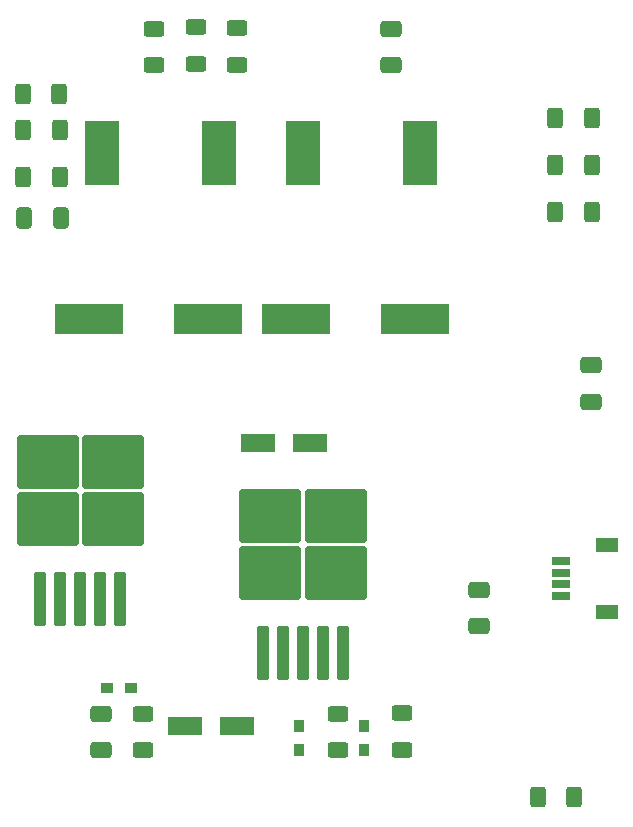
<source format=gbr>
%TF.GenerationSoftware,KiCad,Pcbnew,8.0.8*%
%TF.CreationDate,2025-02-20T18:56:18-05:00*%
%TF.ProjectId,pcb_v3,7063625f-7633-42e6-9b69-6361645f7063,rev?*%
%TF.SameCoordinates,Original*%
%TF.FileFunction,Paste,Top*%
%TF.FilePolarity,Positive*%
%FSLAX46Y46*%
G04 Gerber Fmt 4.6, Leading zero omitted, Abs format (unit mm)*
G04 Created by KiCad (PCBNEW 8.0.8) date 2025-02-20 18:56:18*
%MOMM*%
%LPD*%
G01*
G04 APERTURE LIST*
G04 Aperture macros list*
%AMRoundRect*
0 Rectangle with rounded corners*
0 $1 Rounding radius*
0 $2 $3 $4 $5 $6 $7 $8 $9 X,Y pos of 4 corners*
0 Add a 4 corners polygon primitive as box body*
4,1,4,$2,$3,$4,$5,$6,$7,$8,$9,$2,$3,0*
0 Add four circle primitives for the rounded corners*
1,1,$1+$1,$2,$3*
1,1,$1+$1,$4,$5*
1,1,$1+$1,$6,$7*
1,1,$1+$1,$8,$9*
0 Add four rect primitives between the rounded corners*
20,1,$1+$1,$2,$3,$4,$5,0*
20,1,$1+$1,$4,$5,$6,$7,0*
20,1,$1+$1,$6,$7,$8,$9,0*
20,1,$1+$1,$8,$9,$2,$3,0*%
G04 Aperture macros list end*
%ADD10RoundRect,0.250000X-0.400000X-0.625000X0.400000X-0.625000X0.400000X0.625000X-0.400000X0.625000X0*%
%ADD11R,5.800000X2.500000*%
%ADD12RoundRect,0.250000X0.300000X-2.050000X0.300000X2.050000X-0.300000X2.050000X-0.300000X-2.050000X0*%
%ADD13RoundRect,0.250000X2.375000X-2.025000X2.375000X2.025000X-2.375000X2.025000X-2.375000X-2.025000X0*%
%ADD14R,2.900000X5.400000*%
%ADD15RoundRect,0.250000X-0.412500X-0.650000X0.412500X-0.650000X0.412500X0.650000X-0.412500X0.650000X0*%
%ADD16R,0.850000X1.100000*%
%ADD17RoundRect,0.250000X-0.650000X0.412500X-0.650000X-0.412500X0.650000X-0.412500X0.650000X0.412500X0*%
%ADD18R,3.000000X1.600000*%
%ADD19RoundRect,0.250000X0.400000X0.625000X-0.400000X0.625000X-0.400000X-0.625000X0.400000X-0.625000X0*%
%ADD20RoundRect,0.250000X0.625000X-0.400000X0.625000X0.400000X-0.625000X0.400000X-0.625000X-0.400000X0*%
%ADD21RoundRect,0.250000X0.650000X-0.412500X0.650000X0.412500X-0.650000X0.412500X-0.650000X-0.412500X0*%
%ADD22RoundRect,0.250000X-0.625000X0.400000X-0.625000X-0.400000X0.625000X-0.400000X0.625000X0.400000X0*%
%ADD23R,1.549400X0.660400*%
%ADD24R,1.905000X1.295400*%
%ADD25R,1.100000X0.850000*%
G04 APERTURE END LIST*
D10*
%TO.C,R7*%
X146450000Y-65500000D03*
X149550000Y-65500000D03*
%TD*%
D11*
%TO.C,CP4*%
X124450000Y-78500000D03*
X134550000Y-78500000D03*
%TD*%
D12*
%TO.C,U2*%
X102825000Y-102225000D03*
X104525000Y-102225000D03*
X106225000Y-102225000D03*
D13*
X103450000Y-95500000D03*
X109000000Y-95500000D03*
X103450000Y-90650000D03*
X109000000Y-90650000D03*
D12*
X107925000Y-102225000D03*
X109625000Y-102225000D03*
%TD*%
D10*
%TO.C,R10*%
X146450000Y-69500000D03*
X149550000Y-69500000D03*
%TD*%
D11*
%TO.C,CP3*%
X106950000Y-78500000D03*
X117050000Y-78500000D03*
%TD*%
D14*
%TO.C,L2*%
X125050000Y-64500000D03*
X134950000Y-64500000D03*
%TD*%
D15*
%TO.C,C4*%
X101437500Y-70000000D03*
X104562500Y-70000000D03*
%TD*%
D16*
%TO.C,D4*%
X124760000Y-115005000D03*
X124760000Y-112995000D03*
%TD*%
D17*
%TO.C,C6*%
X149500000Y-82437500D03*
X149500000Y-85562500D03*
%TD*%
D18*
%TO.C,CP2*%
X121300000Y-89000000D03*
X125700000Y-89000000D03*
%TD*%
D19*
%TO.C,R11*%
X148050000Y-119000000D03*
X144950000Y-119000000D03*
%TD*%
D20*
%TO.C,R8*%
X119500000Y-57000000D03*
X119500000Y-53900000D03*
%TD*%
D21*
%TO.C,C1*%
X108000000Y-115062500D03*
X108000000Y-111937500D03*
%TD*%
D22*
%TO.C,R1*%
X111500000Y-111950000D03*
X111500000Y-115050000D03*
%TD*%
D12*
%TO.C,U3*%
X121700000Y-106775000D03*
X123400000Y-106775000D03*
X125100000Y-106775000D03*
D13*
X122325000Y-100050000D03*
X127875000Y-100050000D03*
X122325000Y-95200000D03*
X127875000Y-95200000D03*
D12*
X126800000Y-106775000D03*
X128500000Y-106775000D03*
%TD*%
D20*
%TO.C,R5*%
X116000000Y-56920000D03*
X116000000Y-53820000D03*
%TD*%
%TO.C,R2*%
X112500000Y-57050000D03*
X112500000Y-53950000D03*
%TD*%
%TO.C,R12*%
X128000000Y-115050000D03*
X128000000Y-111950000D03*
%TD*%
D21*
%TO.C,C2*%
X140000000Y-104562500D03*
X140000000Y-101437500D03*
%TD*%
%TO.C,C5*%
X132500000Y-57062500D03*
X132500000Y-53937500D03*
%TD*%
D16*
%TO.C,D5*%
X130260000Y-115005000D03*
X130260000Y-112995000D03*
%TD*%
D23*
%TO.C,J2*%
X146901500Y-102000000D03*
X146901500Y-100999999D03*
X146901500Y-100000001D03*
X146901500Y-99000000D03*
D24*
X150776501Y-97700001D03*
X150776501Y-103299999D03*
%TD*%
D20*
%TO.C,R13*%
X133500000Y-115000000D03*
X133500000Y-111900000D03*
%TD*%
D10*
%TO.C,R6*%
X101400000Y-62500000D03*
X104500000Y-62500000D03*
%TD*%
D14*
%TO.C,L1*%
X108050000Y-64500000D03*
X117950000Y-64500000D03*
%TD*%
D10*
%TO.C,R3*%
X101350000Y-59500000D03*
X104450000Y-59500000D03*
%TD*%
%TO.C,R4*%
X146450000Y-61500000D03*
X149550000Y-61500000D03*
%TD*%
D25*
%TO.C,D3*%
X110505000Y-109740000D03*
X108495000Y-109740000D03*
%TD*%
D10*
%TO.C,R9*%
X101400000Y-66500000D03*
X104500000Y-66500000D03*
%TD*%
D18*
%TO.C,CP1*%
X115100000Y-113000000D03*
X119500000Y-113000000D03*
%TD*%
M02*

</source>
